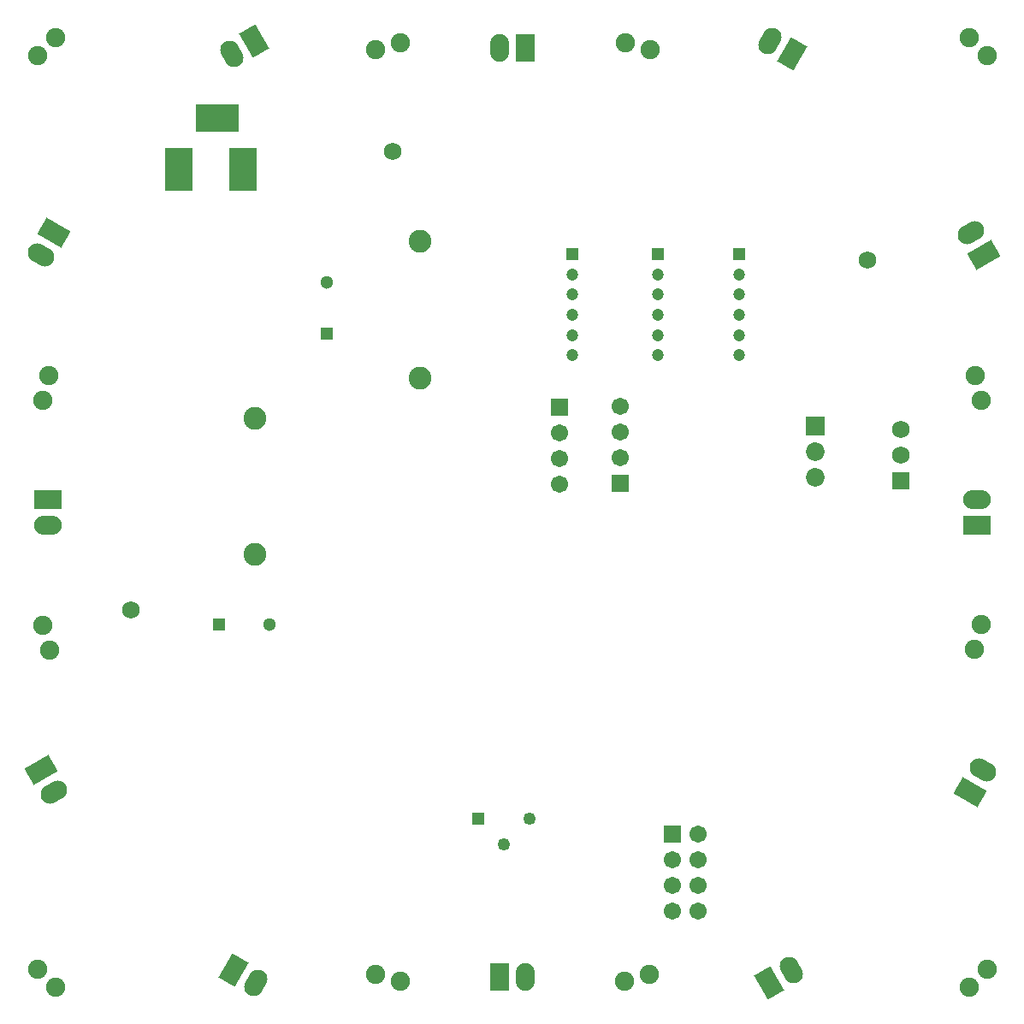
<source format=gbr>
G04*
G04 #@! TF.GenerationSoftware,Altium Limited,Altium Designer,25.5.2 (35)*
G04*
G04 Layer_Color=16711935*
%FSLAX25Y25*%
%MOIN*%
G70*
G04*
G04 #@! TF.SameCoordinates,5858FFA7-226C-4CE8-8668-B70CF27CC624*
G04*
G04*
G04 #@! TF.FilePolarity,Negative*
G04*
G01*
G75*
%ADD51C,0.06706*%
%ADD52R,0.06706X0.06706*%
%ADD53C,0.04724*%
%ADD54C,0.07284*%
%ADD55C,0.04921*%
%ADD56R,0.05118X0.05118*%
%ADD57R,0.10800X0.16800*%
%ADD58C,0.08871*%
%ADD59R,0.05118X0.05118*%
G04:AMPARAMS|DCode=60|XSize=73mil|YSize=108mil|CornerRadius=0mil|HoleSize=0mil|Usage=FLASHONLY|Rotation=120.000|XOffset=0mil|YOffset=0mil|HoleType=Round|Shape=Round|*
%AMOVALD60*
21,1,0.03500,0.07300,0.00000,0.00000,210.0*
1,1,0.07300,0.01516,0.00875*
1,1,0.07300,-0.01516,-0.00875*
%
%ADD60OVALD60*%

%ADD61O,0.10800X0.07300*%
G04:AMPARAMS|DCode=62|XSize=73mil|YSize=108mil|CornerRadius=0mil|HoleSize=0mil|Usage=FLASHONLY|Rotation=150.000|XOffset=0mil|YOffset=0mil|HoleType=Round|Shape=Round|*
%AMOVALD62*
21,1,0.03500,0.07300,0.00000,0.00000,240.0*
1,1,0.07300,0.00875,0.01516*
1,1,0.07300,-0.00875,-0.01516*
%
%ADD62OVALD62*%

G04:AMPARAMS|DCode=63|XSize=73mil|YSize=108mil|CornerRadius=0mil|HoleSize=0mil|Usage=FLASHONLY|Rotation=60.000|XOffset=0mil|YOffset=0mil|HoleType=Round|Shape=Round|*
%AMOVALD63*
21,1,0.03500,0.07300,0.00000,0.00000,150.0*
1,1,0.07300,0.01516,-0.00875*
1,1,0.07300,-0.01516,0.00875*
%
%ADD63OVALD63*%

G04:AMPARAMS|DCode=64|XSize=73mil|YSize=108mil|CornerRadius=0mil|HoleSize=0mil|Usage=FLASHONLY|Rotation=30.000|XOffset=0mil|YOffset=0mil|HoleType=Round|Shape=Round|*
%AMOVALD64*
21,1,0.03500,0.07300,0.00000,0.00000,120.0*
1,1,0.07300,0.00875,-0.01516*
1,1,0.07300,-0.00875,0.01516*
%
%ADD64OVALD64*%

%ADD65O,0.07300X0.10800*%
%ADD66R,0.04921X0.04921*%
%ADD67C,0.05118*%
%ADD68R,0.04724X0.04724*%
%ADD69C,0.06800*%
G04:AMPARAMS|DCode=70|XSize=73mil|YSize=108mil|CornerRadius=0mil|HoleSize=0mil|Usage=FLASHONLY|Rotation=240.000|XOffset=0mil|YOffset=0mil|HoleType=Round|Shape=Rectangle|*
%AMROTATEDRECTD70*
4,1,4,-0.02852,0.05861,0.06502,0.00461,0.02852,-0.05861,-0.06502,-0.00461,-0.02852,0.05861,0.0*
%
%ADD70ROTATEDRECTD70*%

%ADD71C,0.07493*%
%ADD72R,0.07284X0.07284*%
%ADD73C,0.06902*%
%ADD74R,0.07300X0.10800*%
G04:AMPARAMS|DCode=75|XSize=73mil|YSize=108mil|CornerRadius=0mil|HoleSize=0mil|Usage=FLASHONLY|Rotation=120.000|XOffset=0mil|YOffset=0mil|HoleType=Round|Shape=Rectangle|*
%AMROTATEDRECTD75*
4,1,4,0.06502,-0.00461,-0.02852,-0.05861,-0.06502,0.00461,0.02852,0.05861,0.06502,-0.00461,0.0*
%
%ADD75ROTATEDRECTD75*%

G04:AMPARAMS|DCode=76|XSize=73mil|YSize=108mil|CornerRadius=0mil|HoleSize=0mil|Usage=FLASHONLY|Rotation=150.000|XOffset=0mil|YOffset=0mil|HoleType=Round|Shape=Rectangle|*
%AMROTATEDRECTD76*
4,1,4,0.05861,0.02852,0.00461,-0.06502,-0.05861,-0.02852,-0.00461,0.06502,0.05861,0.02852,0.0*
%
%ADD76ROTATEDRECTD76*%

%ADD77R,0.10800X0.07300*%
G04:AMPARAMS|DCode=78|XSize=73mil|YSize=108mil|CornerRadius=0mil|HoleSize=0mil|Usage=FLASHONLY|Rotation=30.000|XOffset=0mil|YOffset=0mil|HoleType=Round|Shape=Rectangle|*
%AMROTATEDRECTD78*
4,1,4,-0.00461,-0.06502,-0.05861,0.02852,0.00461,0.06502,0.05861,-0.02852,-0.00461,-0.06502,0.0*
%
%ADD78ROTATEDRECTD78*%

%ADD79R,0.06902X0.06902*%
%ADD80R,0.16800X0.10800*%
D51*
X259291Y51516D02*
D03*
X269291D02*
D03*
X259291Y61516D02*
D03*
X269291Y41516D02*
D03*
Y61516D02*
D03*
X259291Y41516D02*
D03*
X269291Y71516D02*
D03*
X238780Y238110D02*
D03*
Y228110D02*
D03*
Y218110D02*
D03*
X215256Y227854D02*
D03*
Y217854D02*
D03*
Y207854D02*
D03*
D52*
X259291Y71516D02*
D03*
X238780Y208110D02*
D03*
X215256Y237854D02*
D03*
D53*
X285236Y265945D02*
D03*
X253445D02*
D03*
X220177D02*
D03*
X285236Y289567D02*
D03*
X253445D02*
D03*
X220177D02*
D03*
Y258071D02*
D03*
Y281693D02*
D03*
Y273819D02*
D03*
X285236D02*
D03*
X253445Y281693D02*
D03*
Y273819D02*
D03*
X285236Y281693D02*
D03*
Y258071D02*
D03*
X253445D02*
D03*
D54*
X314764Y210630D02*
D03*
Y220630D02*
D03*
D55*
X203602Y77598D02*
D03*
X193602Y67598D02*
D03*
D56*
X124606Y266634D02*
D03*
D57*
X66831Y330512D02*
D03*
X91831D02*
D03*
D58*
X96654Y180433D02*
D03*
X160728Y302343D02*
D03*
Y249232D02*
D03*
X96654Y233543D02*
D03*
D59*
X82382Y153248D02*
D03*
D60*
X375413Y305707D02*
D03*
X18209Y87795D02*
D03*
D61*
X377953Y201850D02*
D03*
X15748Y191850D02*
D03*
D62*
X297244Y380413D02*
D03*
X96752Y13484D02*
D03*
D63*
X380295Y96357D02*
D03*
X13189Y297146D02*
D03*
D64*
X305511Y18484D02*
D03*
X87698Y375413D02*
D03*
D65*
X191850Y377953D02*
D03*
X201850Y15748D02*
D03*
D66*
X183602Y77598D02*
D03*
D67*
X102067Y153248D02*
D03*
X124606Y286319D02*
D03*
D68*
X220177Y297441D02*
D03*
X285236D02*
D03*
X253445D02*
D03*
D69*
X150295Y337598D02*
D03*
X48158Y158967D02*
D03*
X335335Y295177D02*
D03*
D70*
X18189Y305806D02*
D03*
X375295Y87697D02*
D03*
D71*
X374713Y381784D02*
D03*
X381980Y18890D02*
D03*
X377052Y250302D02*
D03*
X379542Y153058D02*
D03*
X240734Y379852D02*
D03*
X143392Y377136D02*
D03*
X11720Y374909D02*
D03*
X250295Y16732D02*
D03*
X153051Y14173D02*
D03*
X16550Y143202D02*
D03*
X18799Y11811D02*
D03*
X13765Y240643D02*
D03*
X374909Y11819D02*
D03*
X376954Y143399D02*
D03*
X379641Y240643D02*
D03*
X143392Y16761D02*
D03*
X240636Y14144D02*
D03*
X11728Y18882D02*
D03*
X381784Y374713D02*
D03*
X250394Y377264D02*
D03*
X153051Y379724D02*
D03*
X18791Y381980D02*
D03*
X16353Y250302D02*
D03*
X13962Y152861D02*
D03*
D72*
X314764Y230630D02*
D03*
D73*
X348189Y229094D02*
D03*
Y219094D02*
D03*
D74*
X201850Y377953D02*
D03*
X191850Y15748D02*
D03*
D75*
X380413Y297047D02*
D03*
X13209Y96456D02*
D03*
D76*
X305904Y375413D02*
D03*
X88092Y18484D02*
D03*
D77*
X377953Y191850D02*
D03*
X15748Y201850D02*
D03*
D78*
X296850Y13484D02*
D03*
X96358Y380413D02*
D03*
D79*
X348189Y209094D02*
D03*
D80*
X81831Y350512D02*
D03*
M02*

</source>
